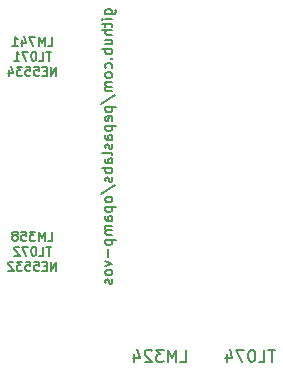
<source format=gbr>
G04 #@! TF.FileFunction,Legend,Bot*
%FSLAX46Y46*%
G04 Gerber Fmt 4.6, Leading zero omitted, Abs format (unit mm)*
G04 Created by KiCad (PCBNEW 4.0.5+dfsg1-4~bpo8+1) date Sat Apr 22 17:10:37 2017*
%MOMM*%
%LPD*%
G01*
G04 APERTURE LIST*
%ADD10C,0.100000*%
%ADD11C,0.177800*%
%ADD12C,0.152400*%
%ADD13C,0.203200*%
G04 APERTURE END LIST*
D10*
D11*
X133159500Y-78337837D02*
X133879167Y-78337837D01*
X133963833Y-78295503D01*
X134006167Y-78253170D01*
X134048500Y-78168503D01*
X134048500Y-78041503D01*
X134006167Y-77956837D01*
X133709833Y-78337837D02*
X133752167Y-78253170D01*
X133752167Y-78083837D01*
X133709833Y-77999170D01*
X133667500Y-77956837D01*
X133582833Y-77914503D01*
X133328833Y-77914503D01*
X133244167Y-77956837D01*
X133201833Y-77999170D01*
X133159500Y-78083837D01*
X133159500Y-78253170D01*
X133201833Y-78337837D01*
X133752167Y-78761170D02*
X133159500Y-78761170D01*
X132863167Y-78761170D02*
X132905500Y-78718836D01*
X132947833Y-78761170D01*
X132905500Y-78803503D01*
X132863167Y-78761170D01*
X132947833Y-78761170D01*
X133159500Y-79057503D02*
X133159500Y-79396169D01*
X132863167Y-79184503D02*
X133625167Y-79184503D01*
X133709833Y-79226836D01*
X133752167Y-79311503D01*
X133752167Y-79396169D01*
X133752167Y-79692503D02*
X132863167Y-79692503D01*
X133752167Y-80073503D02*
X133286500Y-80073503D01*
X133201833Y-80031169D01*
X133159500Y-79946503D01*
X133159500Y-79819503D01*
X133201833Y-79734836D01*
X133244167Y-79692503D01*
X133159500Y-80877836D02*
X133752167Y-80877836D01*
X133159500Y-80496836D02*
X133625167Y-80496836D01*
X133709833Y-80539169D01*
X133752167Y-80623836D01*
X133752167Y-80750836D01*
X133709833Y-80835502D01*
X133667500Y-80877836D01*
X133752167Y-81301169D02*
X132863167Y-81301169D01*
X133201833Y-81301169D02*
X133159500Y-81385835D01*
X133159500Y-81555169D01*
X133201833Y-81639835D01*
X133244167Y-81682169D01*
X133328833Y-81724502D01*
X133582833Y-81724502D01*
X133667500Y-81682169D01*
X133709833Y-81639835D01*
X133752167Y-81555169D01*
X133752167Y-81385835D01*
X133709833Y-81301169D01*
X133667500Y-82105502D02*
X133709833Y-82147835D01*
X133752167Y-82105502D01*
X133709833Y-82063168D01*
X133667500Y-82105502D01*
X133752167Y-82105502D01*
X133709833Y-82909835D02*
X133752167Y-82825168D01*
X133752167Y-82655835D01*
X133709833Y-82571168D01*
X133667500Y-82528835D01*
X133582833Y-82486501D01*
X133328833Y-82486501D01*
X133244167Y-82528835D01*
X133201833Y-82571168D01*
X133159500Y-82655835D01*
X133159500Y-82825168D01*
X133201833Y-82909835D01*
X133752167Y-83417835D02*
X133709833Y-83333168D01*
X133667500Y-83290835D01*
X133582833Y-83248501D01*
X133328833Y-83248501D01*
X133244167Y-83290835D01*
X133201833Y-83333168D01*
X133159500Y-83417835D01*
X133159500Y-83544835D01*
X133201833Y-83629501D01*
X133244167Y-83671835D01*
X133328833Y-83714168D01*
X133582833Y-83714168D01*
X133667500Y-83671835D01*
X133709833Y-83629501D01*
X133752167Y-83544835D01*
X133752167Y-83417835D01*
X133752167Y-84095168D02*
X133159500Y-84095168D01*
X133244167Y-84095168D02*
X133201833Y-84137501D01*
X133159500Y-84222168D01*
X133159500Y-84349168D01*
X133201833Y-84433834D01*
X133286500Y-84476168D01*
X133752167Y-84476168D01*
X133286500Y-84476168D02*
X133201833Y-84518501D01*
X133159500Y-84603168D01*
X133159500Y-84730168D01*
X133201833Y-84814834D01*
X133286500Y-84857168D01*
X133752167Y-84857168D01*
X132820833Y-85915501D02*
X133963833Y-85153501D01*
X133159500Y-86211834D02*
X134048500Y-86211834D01*
X133201833Y-86211834D02*
X133159500Y-86296500D01*
X133159500Y-86465834D01*
X133201833Y-86550500D01*
X133244167Y-86592834D01*
X133328833Y-86635167D01*
X133582833Y-86635167D01*
X133667500Y-86592834D01*
X133709833Y-86550500D01*
X133752167Y-86465834D01*
X133752167Y-86296500D01*
X133709833Y-86211834D01*
X133709833Y-87354833D02*
X133752167Y-87270167D01*
X133752167Y-87100833D01*
X133709833Y-87016167D01*
X133625167Y-86973833D01*
X133286500Y-86973833D01*
X133201833Y-87016167D01*
X133159500Y-87100833D01*
X133159500Y-87270167D01*
X133201833Y-87354833D01*
X133286500Y-87397167D01*
X133371167Y-87397167D01*
X133455833Y-86973833D01*
X133159500Y-87778167D02*
X134048500Y-87778167D01*
X133201833Y-87778167D02*
X133159500Y-87862833D01*
X133159500Y-88032167D01*
X133201833Y-88116833D01*
X133244167Y-88159167D01*
X133328833Y-88201500D01*
X133582833Y-88201500D01*
X133667500Y-88159167D01*
X133709833Y-88116833D01*
X133752167Y-88032167D01*
X133752167Y-87862833D01*
X133709833Y-87778167D01*
X133752167Y-88963500D02*
X133286500Y-88963500D01*
X133201833Y-88921166D01*
X133159500Y-88836500D01*
X133159500Y-88667166D01*
X133201833Y-88582500D01*
X133709833Y-88963500D02*
X133752167Y-88878833D01*
X133752167Y-88667166D01*
X133709833Y-88582500D01*
X133625167Y-88540166D01*
X133540500Y-88540166D01*
X133455833Y-88582500D01*
X133413500Y-88667166D01*
X133413500Y-88878833D01*
X133371167Y-88963500D01*
X133709833Y-89344499D02*
X133752167Y-89429166D01*
X133752167Y-89598499D01*
X133709833Y-89683166D01*
X133625167Y-89725499D01*
X133582833Y-89725499D01*
X133498167Y-89683166D01*
X133455833Y-89598499D01*
X133455833Y-89471499D01*
X133413500Y-89386833D01*
X133328833Y-89344499D01*
X133286500Y-89344499D01*
X133201833Y-89386833D01*
X133159500Y-89471499D01*
X133159500Y-89598499D01*
X133201833Y-89683166D01*
X133752167Y-90233500D02*
X133709833Y-90148833D01*
X133625167Y-90106500D01*
X132863167Y-90106500D01*
X133752167Y-90953167D02*
X133286500Y-90953167D01*
X133201833Y-90910833D01*
X133159500Y-90826167D01*
X133159500Y-90656833D01*
X133201833Y-90572167D01*
X133709833Y-90953167D02*
X133752167Y-90868500D01*
X133752167Y-90656833D01*
X133709833Y-90572167D01*
X133625167Y-90529833D01*
X133540500Y-90529833D01*
X133455833Y-90572167D01*
X133413500Y-90656833D01*
X133413500Y-90868500D01*
X133371167Y-90953167D01*
X133752167Y-91376500D02*
X132863167Y-91376500D01*
X133201833Y-91376500D02*
X133159500Y-91461166D01*
X133159500Y-91630500D01*
X133201833Y-91715166D01*
X133244167Y-91757500D01*
X133328833Y-91799833D01*
X133582833Y-91799833D01*
X133667500Y-91757500D01*
X133709833Y-91715166D01*
X133752167Y-91630500D01*
X133752167Y-91461166D01*
X133709833Y-91376500D01*
X133709833Y-92138499D02*
X133752167Y-92223166D01*
X133752167Y-92392499D01*
X133709833Y-92477166D01*
X133625167Y-92519499D01*
X133582833Y-92519499D01*
X133498167Y-92477166D01*
X133455833Y-92392499D01*
X133455833Y-92265499D01*
X133413500Y-92180833D01*
X133328833Y-92138499D01*
X133286500Y-92138499D01*
X133201833Y-92180833D01*
X133159500Y-92265499D01*
X133159500Y-92392499D01*
X133201833Y-92477166D01*
X132820833Y-93535500D02*
X133963833Y-92773500D01*
X133752167Y-93958833D02*
X133709833Y-93874166D01*
X133667500Y-93831833D01*
X133582833Y-93789499D01*
X133328833Y-93789499D01*
X133244167Y-93831833D01*
X133201833Y-93874166D01*
X133159500Y-93958833D01*
X133159500Y-94085833D01*
X133201833Y-94170499D01*
X133244167Y-94212833D01*
X133328833Y-94255166D01*
X133582833Y-94255166D01*
X133667500Y-94212833D01*
X133709833Y-94170499D01*
X133752167Y-94085833D01*
X133752167Y-93958833D01*
X133159500Y-94636166D02*
X134048500Y-94636166D01*
X133201833Y-94636166D02*
X133159500Y-94720832D01*
X133159500Y-94890166D01*
X133201833Y-94974832D01*
X133244167Y-95017166D01*
X133328833Y-95059499D01*
X133582833Y-95059499D01*
X133667500Y-95017166D01*
X133709833Y-94974832D01*
X133752167Y-94890166D01*
X133752167Y-94720832D01*
X133709833Y-94636166D01*
X133752167Y-95821499D02*
X133286500Y-95821499D01*
X133201833Y-95779165D01*
X133159500Y-95694499D01*
X133159500Y-95525165D01*
X133201833Y-95440499D01*
X133709833Y-95821499D02*
X133752167Y-95736832D01*
X133752167Y-95525165D01*
X133709833Y-95440499D01*
X133625167Y-95398165D01*
X133540500Y-95398165D01*
X133455833Y-95440499D01*
X133413500Y-95525165D01*
X133413500Y-95736832D01*
X133371167Y-95821499D01*
X133752167Y-96244832D02*
X133159500Y-96244832D01*
X133244167Y-96244832D02*
X133201833Y-96287165D01*
X133159500Y-96371832D01*
X133159500Y-96498832D01*
X133201833Y-96583498D01*
X133286500Y-96625832D01*
X133752167Y-96625832D01*
X133286500Y-96625832D02*
X133201833Y-96668165D01*
X133159500Y-96752832D01*
X133159500Y-96879832D01*
X133201833Y-96964498D01*
X133286500Y-97006832D01*
X133752167Y-97006832D01*
X133159500Y-97430165D02*
X134048500Y-97430165D01*
X133201833Y-97430165D02*
X133159500Y-97514831D01*
X133159500Y-97684165D01*
X133201833Y-97768831D01*
X133244167Y-97811165D01*
X133328833Y-97853498D01*
X133582833Y-97853498D01*
X133667500Y-97811165D01*
X133709833Y-97768831D01*
X133752167Y-97684165D01*
X133752167Y-97514831D01*
X133709833Y-97430165D01*
X133413500Y-98234498D02*
X133413500Y-98911831D01*
X133159500Y-99250498D02*
X133752167Y-99462165D01*
X133159500Y-99673831D01*
X133752167Y-100139498D02*
X133709833Y-100054831D01*
X133667500Y-100012498D01*
X133582833Y-99970164D01*
X133328833Y-99970164D01*
X133244167Y-100012498D01*
X133201833Y-100054831D01*
X133159500Y-100139498D01*
X133159500Y-100266498D01*
X133201833Y-100351164D01*
X133244167Y-100393498D01*
X133328833Y-100435831D01*
X133582833Y-100435831D01*
X133667500Y-100393498D01*
X133709833Y-100351164D01*
X133752167Y-100266498D01*
X133752167Y-100139498D01*
X133709833Y-100774497D02*
X133752167Y-100859164D01*
X133752167Y-101028497D01*
X133709833Y-101113164D01*
X133625167Y-101155497D01*
X133582833Y-101155497D01*
X133498167Y-101113164D01*
X133455833Y-101028497D01*
X133455833Y-100901497D01*
X133413500Y-100816831D01*
X133328833Y-100774497D01*
X133286500Y-100774497D01*
X133201833Y-100816831D01*
X133159500Y-100901497D01*
X133159500Y-101028497D01*
X133201833Y-101113164D01*
D12*
X129013856Y-100039714D02*
X129013856Y-99277714D01*
X128578428Y-100039714D01*
X128578428Y-99277714D01*
X128215570Y-99640571D02*
X127961570Y-99640571D01*
X127852713Y-100039714D02*
X128215570Y-100039714D01*
X128215570Y-99277714D01*
X127852713Y-99277714D01*
X127163284Y-99277714D02*
X127526141Y-99277714D01*
X127562427Y-99640571D01*
X127526141Y-99604286D01*
X127453570Y-99568000D01*
X127272141Y-99568000D01*
X127199570Y-99604286D01*
X127163284Y-99640571D01*
X127126999Y-99713143D01*
X127126999Y-99894571D01*
X127163284Y-99967143D01*
X127199570Y-100003429D01*
X127272141Y-100039714D01*
X127453570Y-100039714D01*
X127526141Y-100003429D01*
X127562427Y-99967143D01*
X126437570Y-99277714D02*
X126800427Y-99277714D01*
X126836713Y-99640571D01*
X126800427Y-99604286D01*
X126727856Y-99568000D01*
X126546427Y-99568000D01*
X126473856Y-99604286D01*
X126437570Y-99640571D01*
X126401285Y-99713143D01*
X126401285Y-99894571D01*
X126437570Y-99967143D01*
X126473856Y-100003429D01*
X126546427Y-100039714D01*
X126727856Y-100039714D01*
X126800427Y-100003429D01*
X126836713Y-99967143D01*
X126147285Y-99277714D02*
X125675571Y-99277714D01*
X125929571Y-99568000D01*
X125820713Y-99568000D01*
X125748142Y-99604286D01*
X125711856Y-99640571D01*
X125675571Y-99713143D01*
X125675571Y-99894571D01*
X125711856Y-99967143D01*
X125748142Y-100003429D01*
X125820713Y-100039714D01*
X126038428Y-100039714D01*
X126110999Y-100003429D01*
X126147285Y-99967143D01*
X125385285Y-99350286D02*
X125348999Y-99314000D01*
X125276428Y-99277714D01*
X125094999Y-99277714D01*
X125022428Y-99314000D01*
X124986142Y-99350286D01*
X124949857Y-99422857D01*
X124949857Y-99495429D01*
X124986142Y-99604286D01*
X125421571Y-100039714D01*
X124949857Y-100039714D01*
X128614714Y-98007714D02*
X128179285Y-98007714D01*
X128396999Y-98769714D02*
X128396999Y-98007714D01*
X127562428Y-98769714D02*
X127925285Y-98769714D01*
X127925285Y-98007714D01*
X127163286Y-98007714D02*
X127090714Y-98007714D01*
X127018143Y-98044000D01*
X126981857Y-98080286D01*
X126945571Y-98152857D01*
X126909286Y-98298000D01*
X126909286Y-98479429D01*
X126945571Y-98624571D01*
X126981857Y-98697143D01*
X127018143Y-98733429D01*
X127090714Y-98769714D01*
X127163286Y-98769714D01*
X127235857Y-98733429D01*
X127272143Y-98697143D01*
X127308428Y-98624571D01*
X127344714Y-98479429D01*
X127344714Y-98298000D01*
X127308428Y-98152857D01*
X127272143Y-98080286D01*
X127235857Y-98044000D01*
X127163286Y-98007714D01*
X126655286Y-98007714D02*
X126147286Y-98007714D01*
X126473857Y-98769714D01*
X125893286Y-98080286D02*
X125857000Y-98044000D01*
X125784429Y-98007714D01*
X125603000Y-98007714D01*
X125530429Y-98044000D01*
X125494143Y-98080286D01*
X125457858Y-98152857D01*
X125457858Y-98225429D01*
X125494143Y-98334286D01*
X125929572Y-98769714D01*
X125457858Y-98769714D01*
X128288142Y-97499714D02*
X128650999Y-97499714D01*
X128650999Y-96737714D01*
X128034142Y-97499714D02*
X128034142Y-96737714D01*
X127780142Y-97282000D01*
X127526142Y-96737714D01*
X127526142Y-97499714D01*
X127235857Y-96737714D02*
X126764143Y-96737714D01*
X127018143Y-97028000D01*
X126909285Y-97028000D01*
X126836714Y-97064286D01*
X126800428Y-97100571D01*
X126764143Y-97173143D01*
X126764143Y-97354571D01*
X126800428Y-97427143D01*
X126836714Y-97463429D01*
X126909285Y-97499714D01*
X127127000Y-97499714D01*
X127199571Y-97463429D01*
X127235857Y-97427143D01*
X126074714Y-96737714D02*
X126437571Y-96737714D01*
X126473857Y-97100571D01*
X126437571Y-97064286D01*
X126365000Y-97028000D01*
X126183571Y-97028000D01*
X126111000Y-97064286D01*
X126074714Y-97100571D01*
X126038429Y-97173143D01*
X126038429Y-97354571D01*
X126074714Y-97427143D01*
X126111000Y-97463429D01*
X126183571Y-97499714D01*
X126365000Y-97499714D01*
X126437571Y-97463429D01*
X126473857Y-97427143D01*
X125603000Y-97064286D02*
X125675572Y-97028000D01*
X125711857Y-96991714D01*
X125748143Y-96919143D01*
X125748143Y-96882857D01*
X125711857Y-96810286D01*
X125675572Y-96774000D01*
X125603000Y-96737714D01*
X125457857Y-96737714D01*
X125385286Y-96774000D01*
X125349000Y-96810286D01*
X125312715Y-96882857D01*
X125312715Y-96919143D01*
X125349000Y-96991714D01*
X125385286Y-97028000D01*
X125457857Y-97064286D01*
X125603000Y-97064286D01*
X125675572Y-97100571D01*
X125711857Y-97136857D01*
X125748143Y-97209429D01*
X125748143Y-97354571D01*
X125711857Y-97427143D01*
X125675572Y-97463429D01*
X125603000Y-97499714D01*
X125457857Y-97499714D01*
X125385286Y-97463429D01*
X125349000Y-97427143D01*
X125312715Y-97354571D01*
X125312715Y-97209429D01*
X125349000Y-97136857D01*
X125385286Y-97100571D01*
X125457857Y-97064286D01*
X128614714Y-81497714D02*
X128179285Y-81497714D01*
X128396999Y-82259714D02*
X128396999Y-81497714D01*
X127562428Y-82259714D02*
X127925285Y-82259714D01*
X127925285Y-81497714D01*
X127163286Y-81497714D02*
X127090714Y-81497714D01*
X127018143Y-81534000D01*
X126981857Y-81570286D01*
X126945571Y-81642857D01*
X126909286Y-81788000D01*
X126909286Y-81969429D01*
X126945571Y-82114571D01*
X126981857Y-82187143D01*
X127018143Y-82223429D01*
X127090714Y-82259714D01*
X127163286Y-82259714D01*
X127235857Y-82223429D01*
X127272143Y-82187143D01*
X127308428Y-82114571D01*
X127344714Y-81969429D01*
X127344714Y-81788000D01*
X127308428Y-81642857D01*
X127272143Y-81570286D01*
X127235857Y-81534000D01*
X127163286Y-81497714D01*
X126655286Y-81497714D02*
X126147286Y-81497714D01*
X126473857Y-82259714D01*
X125457858Y-82259714D02*
X125893286Y-82259714D01*
X125675572Y-82259714D02*
X125675572Y-81497714D01*
X125748143Y-81606571D01*
X125820715Y-81679143D01*
X125893286Y-81715429D01*
X129013856Y-83529714D02*
X129013856Y-82767714D01*
X128578428Y-83529714D01*
X128578428Y-82767714D01*
X128215570Y-83130571D02*
X127961570Y-83130571D01*
X127852713Y-83529714D02*
X128215570Y-83529714D01*
X128215570Y-82767714D01*
X127852713Y-82767714D01*
X127163284Y-82767714D02*
X127526141Y-82767714D01*
X127562427Y-83130571D01*
X127526141Y-83094286D01*
X127453570Y-83058000D01*
X127272141Y-83058000D01*
X127199570Y-83094286D01*
X127163284Y-83130571D01*
X127126999Y-83203143D01*
X127126999Y-83384571D01*
X127163284Y-83457143D01*
X127199570Y-83493429D01*
X127272141Y-83529714D01*
X127453570Y-83529714D01*
X127526141Y-83493429D01*
X127562427Y-83457143D01*
X126437570Y-82767714D02*
X126800427Y-82767714D01*
X126836713Y-83130571D01*
X126800427Y-83094286D01*
X126727856Y-83058000D01*
X126546427Y-83058000D01*
X126473856Y-83094286D01*
X126437570Y-83130571D01*
X126401285Y-83203143D01*
X126401285Y-83384571D01*
X126437570Y-83457143D01*
X126473856Y-83493429D01*
X126546427Y-83529714D01*
X126727856Y-83529714D01*
X126800427Y-83493429D01*
X126836713Y-83457143D01*
X126147285Y-82767714D02*
X125675571Y-82767714D01*
X125929571Y-83058000D01*
X125820713Y-83058000D01*
X125748142Y-83094286D01*
X125711856Y-83130571D01*
X125675571Y-83203143D01*
X125675571Y-83384571D01*
X125711856Y-83457143D01*
X125748142Y-83493429D01*
X125820713Y-83529714D01*
X126038428Y-83529714D01*
X126110999Y-83493429D01*
X126147285Y-83457143D01*
X125022428Y-83021714D02*
X125022428Y-83529714D01*
X125203857Y-82731429D02*
X125385285Y-83275714D01*
X124913571Y-83275714D01*
X128288142Y-80989714D02*
X128650999Y-80989714D01*
X128650999Y-80227714D01*
X128034142Y-80989714D02*
X128034142Y-80227714D01*
X127780142Y-80772000D01*
X127526142Y-80227714D01*
X127526142Y-80989714D01*
X127235857Y-80227714D02*
X126727857Y-80227714D01*
X127054428Y-80989714D01*
X126111000Y-80481714D02*
X126111000Y-80989714D01*
X126292429Y-80191429D02*
X126473857Y-80735714D01*
X126002143Y-80735714D01*
X125312715Y-80989714D02*
X125748143Y-80989714D01*
X125530429Y-80989714D02*
X125530429Y-80227714D01*
X125603000Y-80336571D01*
X125675572Y-80409143D01*
X125748143Y-80445429D01*
D13*
X147567952Y-106758619D02*
X146987381Y-106758619D01*
X147277666Y-107774619D02*
X147277666Y-106758619D01*
X146164905Y-107774619D02*
X146648714Y-107774619D01*
X146648714Y-106758619D01*
X145632714Y-106758619D02*
X145535953Y-106758619D01*
X145439191Y-106807000D01*
X145390810Y-106855381D01*
X145342429Y-106952143D01*
X145294048Y-107145667D01*
X145294048Y-107387571D01*
X145342429Y-107581095D01*
X145390810Y-107677857D01*
X145439191Y-107726238D01*
X145535953Y-107774619D01*
X145632714Y-107774619D01*
X145729476Y-107726238D01*
X145777857Y-107677857D01*
X145826238Y-107581095D01*
X145874619Y-107387571D01*
X145874619Y-107145667D01*
X145826238Y-106952143D01*
X145777857Y-106855381D01*
X145729476Y-106807000D01*
X145632714Y-106758619D01*
X144955381Y-106758619D02*
X144278048Y-106758619D01*
X144713476Y-107774619D01*
X143455572Y-107097286D02*
X143455572Y-107774619D01*
X143697476Y-106710238D02*
X143939381Y-107435952D01*
X143310429Y-107435952D01*
X139512524Y-107774619D02*
X139996333Y-107774619D01*
X139996333Y-106758619D01*
X139173857Y-107774619D02*
X139173857Y-106758619D01*
X138835191Y-107484333D01*
X138496524Y-106758619D01*
X138496524Y-107774619D01*
X138109476Y-106758619D02*
X137480524Y-106758619D01*
X137819190Y-107145667D01*
X137674048Y-107145667D01*
X137577286Y-107194048D01*
X137528905Y-107242429D01*
X137480524Y-107339190D01*
X137480524Y-107581095D01*
X137528905Y-107677857D01*
X137577286Y-107726238D01*
X137674048Y-107774619D01*
X137964333Y-107774619D01*
X138061095Y-107726238D01*
X138109476Y-107677857D01*
X137093476Y-106855381D02*
X137045095Y-106807000D01*
X136948333Y-106758619D01*
X136706429Y-106758619D01*
X136609667Y-106807000D01*
X136561286Y-106855381D01*
X136512905Y-106952143D01*
X136512905Y-107048905D01*
X136561286Y-107194048D01*
X137141857Y-107774619D01*
X136512905Y-107774619D01*
X135642048Y-107097286D02*
X135642048Y-107774619D01*
X135883952Y-106710238D02*
X136125857Y-107435952D01*
X135496905Y-107435952D01*
M02*

</source>
